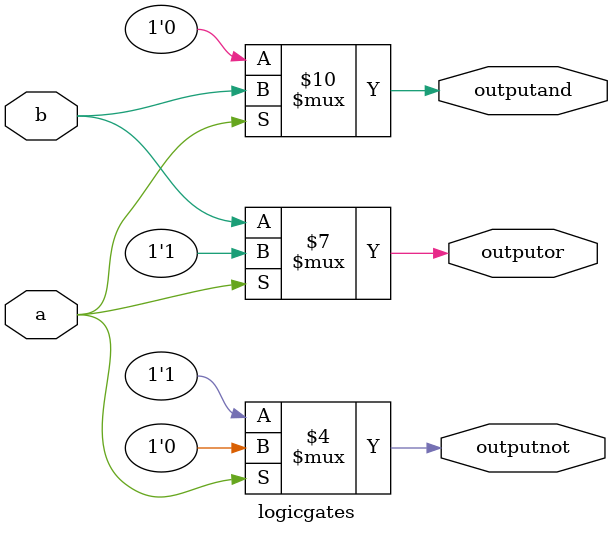
<source format=v>
`timescale 1ns / 1ps
module logicgates(a,b,outputand,outputor,outputnot);
   input a,b;
   output outputand,outputor,outputnot;
   reg outputand,outputor,outputnot;
always @(a,b)
     begin
       if(a==1'b0)
         begin
           outputand = 1'b0;
           outputor = b;
           outputnot = 1'b1;
         end
       else
         begin
            outputand = b;
            outputor = 1'b1;
            outputnot = 1'b0;
         end
  end
endmodule

</source>
